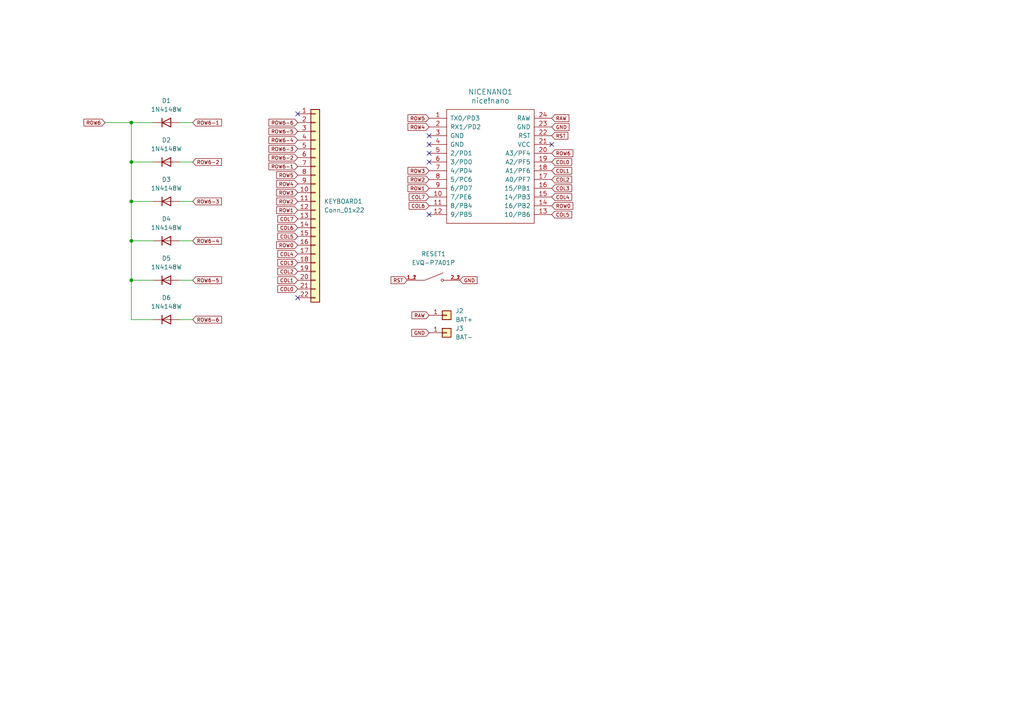
<source format=kicad_sch>
(kicad_sch (version 20250114) (generator "eeschema") (generator_version "9.0")
  (paper "A4")
  (lib_symbols
    (symbol "Connector_Generic:Conn_01x01" (pin_names (offset 1.016) (hide yes))
      (property "Reference" "J" (at 0 2.54 0))
      (property "Value" "Conn_01x01" (at 0 -2.54 0))
      (symbol "Conn_01x01_1_1"
        (rectangle (start -1.27 1.27) (end 1.27 -1.27) (stroke (width 0.254)) (fill (type background)))
        (rectangle (start -1.27 0.127) (end 0 -0.127) (stroke (width 0.1524)))
        (pin passive line (at -5.08 0 0) (length 3.81) (name "Pin_1") (number "1"))
      )
    )
    (symbol "Connector_Generic:Conn_01x22" (pin_names (offset 1.016) (hide yes))
      (property "Reference" "J" (at 0 27.94 0))
      (property "Value" "Conn_01x22" (at 0 -30.48 0))
      (symbol "Conn_01x22_1_1"
        (rectangle (start -1.27 26.67) (end 1.27 -29.21) (stroke (width 0.254)) (fill (type background)))
        (rectangle (start -1.27 25.527) (end 0 25.273) (stroke (width 0.1524)))
        (rectangle (start -1.27 22.987) (end 0 22.733) (stroke (width 0.1524)))
        (rectangle (start -1.27 20.447) (end 0 20.193) (stroke (width 0.1524)))
        (rectangle (start -1.27 17.907) (end 0 17.653) (stroke (width 0.1524)))
        (rectangle (start -1.27 15.367) (end 0 15.113) (stroke (width 0.1524)))
        (rectangle (start -1.27 12.827) (end 0 12.573) (stroke (width 0.1524)))
        (rectangle (start -1.27 10.287) (end 0 10.033) (stroke (width 0.1524)))
        (rectangle (start -1.27 7.747) (end 0 7.493) (stroke (width 0.1524)))
        (rectangle (start -1.27 5.207) (end 0 4.953) (stroke (width 0.1524)))
        (rectangle (start -1.27 2.667) (end 0 2.413) (stroke (width 0.1524)))
        (rectangle (start -1.27 0.127) (end 0 -0.127) (stroke (width 0.1524)))
        (rectangle (start -1.27 -2.413) (end 0 -2.667) (stroke (width 0.1524)))
        (rectangle (start -1.27 -4.953) (end 0 -5.207) (stroke (width 0.1524)))
        (rectangle (start -1.27 -7.493) (end 0 -7.747) (stroke (width 0.1524)))
        (rectangle (start -1.27 -10.033) (end 0 -10.287) (stroke (width 0.1524)))
        (rectangle (start -1.27 -12.573) (end 0 -12.827) (stroke (width 0.1524)))
        (rectangle (start -1.27 -15.113) (end 0 -15.367) (stroke (width 0.1524)))
        (rectangle (start -1.27 -17.653) (end 0 -17.907) (stroke (width 0.1524)))
        (rectangle (start -1.27 -20.193) (end 0 -20.447) (stroke (width 0.1524)))
        (rectangle (start -1.27 -22.733) (end 0 -22.987) (stroke (width 0.1524)))
        (rectangle (start -1.27 -25.273) (end 0 -25.527) (stroke (width 0.1524)))
        (rectangle (start -1.27 -27.813) (end 0 -28.067) (stroke (width 0.1524)))
        (pin passive line (at -5.08 25.4 0) (length 3.81) (name "Pin_1") (number "1"))
        (pin passive line (at -5.08 22.86 0) (length 3.81) (name "Pin_2") (number "2"))
        (pin passive line (at -5.08 20.32 0) (length 3.81) (name "Pin_3") (number "3"))
        (pin passive line (at -5.08 17.78 0) (length 3.81) (name "Pin_4") (number "4"))
        (pin passive line (at -5.08 15.24 0) (length 3.81) (name "Pin_5") (number "5"))
        (pin passive line (at -5.08 12.7 0) (length 3.81) (name "Pin_6") (number "6"))
        (pin passive line (at -5.08 10.16 0) (length 3.81) (name "Pin_7") (number "7"))
        (pin passive line (at -5.08 7.62 0) (length 3.81) (name "Pin_8") (number "8"))
        (pin passive line (at -5.08 5.08 0) (length 3.81) (name "Pin_9") (number "9"))
        (pin passive line (at -5.08 2.54 0) (length 3.81) (name "Pin_10") (number "10"))
        (pin passive line (at -5.08 0 0) (length 3.81) (name "Pin_11") (number "11"))
        (pin passive line (at -5.08 -2.54 0) (length 3.81) (name "Pin_12") (number "12"))
        (pin passive line (at -5.08 -5.08 0) (length 3.81) (name "Pin_13") (number "13"))
        (pin passive line (at -5.08 -7.62 0) (length 3.81) (name "Pin_14") (number "14"))
        (pin passive line (at -5.08 -10.16 0) (length 3.81) (name "Pin_15") (number "15"))
        (pin passive line (at -5.08 -12.7 0) (length 3.81) (name "Pin_16") (number "16"))
        (pin passive line (at -5.08 -15.24 0) (length 3.81) (name "Pin_17") (number "17"))
        (pin passive line (at -5.08 -17.78 0) (length 3.81) (name "Pin_18") (number "18"))
        (pin passive line (at -5.08 -20.32 0) (length 3.81) (name "Pin_19") (number "19"))
        (pin passive line (at -5.08 -22.86 0) (length 3.81) (name "Pin_20") (number "20"))
        (pin passive line (at -5.08 -25.4 0) (length 3.81) (name "Pin_21") (number "21"))
        (pin passive line (at -5.08 -27.94 0) (length 3.81) (name "Pin_22") (number "22"))
      )
    )
    (symbol "Diode:1N4148W" (pin_numbers (hide yes)) (pin_names (hide yes))
      (property "Reference" "D" (at 0 2.54 0))
      (property "Value" "1N4148W" (at 0 -2.54 0))
      (symbol "1N4148W_0_1"
        (polyline (pts (xy -1.27 1.27) (xy -1.27 -1.27)) (stroke (width 0.254)))
        (polyline (pts (xy 1.27 1.27) (xy 1.27 -1.27) (xy -1.27 0) (xy 1.27 1.27)) (stroke (width 0.254)))
        (polyline (pts (xy 1.27 0) (xy -1.27 0)))
      )
      (symbol "1N4148W_1_1"
        (pin passive line (at -3.81 0 0) (length 2.54) (name "K") (number "1"))
        (pin passive line (at 3.81 0 180) (length 2.54) (name "A") (number "2"))
      )
    )
    (symbol "EVQ-P7A01P:EVQ-P7A01P" (pin_names (offset 1.016))
      (property "Reference" "S" (at -2.54 2.54 0))
      (property "Value" "EVQ-P7A01P" (at -2.54 -2.54 0))
      (symbol "EVQ-P7A01P_0_0"
        (polyline (pts (xy -2.54 0) (xy -5.08 0)) (stroke (width 0.1524)))
        (polyline (pts (xy -2.54 0) (xy 2.794 2.1336)) (stroke (width 0.1524)))
        (circle (center 2.54 0) (radius 0.3302) (stroke (width 0.1524)))
        (polyline (pts (xy 5.08 0) (xy 2.921 0)) (stroke (width 0.1524)))
        (pin passive line (at -7.62 0 0) (length 2.54) (name "~") (number "1_1"))
        (pin passive line (at -7.62 0 0) (length 2.54) (name "~") (number "1_2"))
        (pin passive line (at 7.62 0 180) (length 2.54) (name "~") (number "2_1"))
        (pin passive line (at 7.62 0 180) (length 2.54) (name "~") (number "2_2"))
      )
    )
    (symbol "keebio:ProMicro" (pin_names (offset 1.016))
      (property "Reference" "U" (at 0 0 0))
      (property "Value" "ProMicro" (at 0 -19.05 0))
      (symbol "ProMicro_0_1"
        (rectangle (start -12.7 -16.51) (end 12.7 16.51))
      )
      (symbol "ProMicro_1_1"
        (pin input line (at -17.78 13.97 0) (length 5.08) (name "TX0/PD3") (number "1"))
        (pin input line (at -17.78 11.43 0) (length 5.08) (name "RX1/PD2") (number "2"))
        (pin input line (at -17.78 8.89 0) (length 5.08) (name "GND") (number "3"))
        (pin input line (at -17.78 6.35 0) (length 5.08) (name "GND") (number "4"))
        (pin input line (at -17.78 3.81 0) (length 5.08) (name "2/PD1") (number "5"))
        (pin input line (at -17.78 1.27 0) (length 5.08) (name "3/PD0") (number "6"))
        (pin input line (at -17.78 -1.27 0) (length 5.08) (name "4/PD4") (number "7"))
        (pin input line (at -17.78 -3.81 0) (length 5.08) (name "5/PC6") (number "8"))
        (pin input line (at -17.78 -6.35 0) (length 5.08) (name "6/PD7") (number "9"))
        (pin input line (at -17.78 -8.89 0) (length 5.08) (name "7/PE6") (number "10"))
        (pin input line (at -17.78 -11.43 0) (length 5.08) (name "8/PB4") (number "11"))
        (pin input line (at -17.78 -13.97 0) (length 5.08) (name "9/PB5") (number "12"))
        (pin input line (at 17.78 13.97 180) (length 5.08) (name "RAW") (number "24"))
        (pin input line (at 17.78 11.43 180) (length 5.08) (name "GND") (number "23"))
        (pin input line (at 17.78 8.89 180) (length 5.08) (name "RST") (number "22"))
        (pin input line (at 17.78 6.35 180) (length 5.08) (name "VCC") (number "21"))
        (pin input line (at 17.78 3.81 180) (length 5.08) (name "A3/PF4") (number "20"))
        (pin input line (at 17.78 1.27 180) (length 5.08) (name "A2/PF5") (number "19"))
        (pin input line (at 17.78 -1.27 180) (length 5.08) (name "A1/PF6") (number "18"))
        (pin input line (at 17.78 -3.81 180) (length 5.08) (name "A0/PF7") (number "17"))
        (pin input line (at 17.78 -6.35 180) (length 5.08) (name "15/PB1") (number "16"))
        (pin input line (at 17.78 -8.89 180) (length 5.08) (name "14/PB3") (number "15"))
        (pin input line (at 17.78 -11.43 180) (length 5.08) (name "16/PB2") (number "14"))
        (pin input line (at 17.78 -13.97 180) (length 5.08) (name "10/PB6") (number "13"))
      )
    )
  )
  (junction (at 38.1 46.99))
  (junction (at 38.1 35.56))
  (junction (at 38.1 69.85))
  (junction (at 38.1 58.42))
  (junction (at 38.1 81.28))
  (no_connect (at 124.46 39.37))
  (no_connect (at 124.46 46.99))
  (no_connect (at 124.46 41.91))
  (no_connect (at 160.02 41.91))
  (no_connect (at 86.36 33.02))
  (no_connect (at 124.46 62.23))
  (no_connect (at 86.36 86.36))
  (no_connect (at 124.46 44.45))
  (wire (pts (xy 52.07 92.71) (xy 55.88 92.71)))
  (wire (pts (xy 38.1 69.85) (xy 38.1 81.28)))
  (wire (pts (xy 38.1 81.28) (xy 38.1 92.71)))
  (wire (pts (xy 52.07 46.99) (xy 55.88 46.99)))
  (wire (pts (xy 52.07 81.28) (xy 55.88 81.28)))
  (wire (pts (xy 52.07 69.85) (xy 55.88 69.85)))
  (wire (pts (xy 38.1 35.56) (xy 38.1 46.99)))
  (wire (pts (xy 38.1 58.42) (xy 44.45 58.42)))
  (wire (pts (xy 38.1 58.42) (xy 38.1 69.85)))
  (wire (pts (xy 38.1 69.85) (xy 44.45 69.85)))
  (wire (pts (xy 52.07 35.56) (xy 55.88 35.56)))
  (wire (pts (xy 38.1 46.99) (xy 44.45 46.99)))
  (wire (pts (xy 30.48 35.56) (xy 38.1 35.56)))
  (wire (pts (xy 38.1 46.99) (xy 38.1 58.42)))
  (wire (pts (xy 38.1 92.71) (xy 44.45 92.71)))
  (wire (pts (xy 38.1 81.28) (xy 44.45 81.28)))
  (wire (pts (xy 38.1 35.56) (xy 44.45 35.56)))
  (wire (pts (xy 52.07 58.42) (xy 55.88 58.42)))
  (global_label "COL7" (shape input) (at 86.36 63.5 180) (effects (font (size 1.016 1.016))) (property "Intersheetrefs" "${INTERSHEET_REFS}" (effects (hide yes))))
  (global_label "ROW6-6" (shape input) (at 86.36 35.56 180) (effects (font (size 1.016 1.016))) (property "Intersheetrefs" "${INTERSHEET_REFS}" (effects (hide yes))))
  (global_label "COL4" (shape input) (at 160.02 57.15 0) (effects (font (size 1.016 1.016))) (property "Intersheetrefs" "${INTERSHEET_REFS}" (effects (hide yes))))
  (global_label "ROW4" (shape input) (at 124.46 36.83 180) (effects (font (size 1.016 1.016))) (property "Intersheetrefs" "${INTERSHEET_REFS}" (effects (hide yes))))
  (global_label "ROW5" (shape input) (at 86.36 50.8 180) (effects (font (size 1.016 1.016))) (property "Intersheetrefs" "${INTERSHEET_REFS}" (effects (hide yes))))
  (global_label "ROW2" (shape input) (at 86.36 58.42 180) (effects (font (size 1.016 1.016))) (property "Intersheetrefs" "${INTERSHEET_REFS}" (effects (hide yes))))
  (global_label "ROW6-4" (shape input) (at 55.88 69.85 0) (effects (font (size 1.016 1.016))) (property "Intersheetrefs" "${INTERSHEET_REFS}" (effects (hide yes))))
  (global_label "COL3" (shape input) (at 160.02 54.61 0) (effects (font (size 1.016 1.016))) (property "Intersheetrefs" "${INTERSHEET_REFS}" (effects (hide yes))))
  (global_label "GND" (shape input) (at 160.02 36.83 0) (effects (font (size 1.016 1.016))) (property "Intersheetrefs" "${INTERSHEET_REFS}" (effects (hide yes))))
  (global_label "ROW6-5" (shape input) (at 55.88 81.28 0) (effects (font (size 1.016 1.016))) (property "Intersheetrefs" "${INTERSHEET_REFS}" (effects (hide yes))))
  (global_label "ROW6-2" (shape input) (at 55.88 46.99 0) (effects (font (size 1.016 1.016))) (property "Intersheetrefs" "${INTERSHEET_REFS}" (effects (hide yes))))
  (global_label "COL2" (shape input) (at 160.02 52.07 0) (effects (font (size 1.016 1.016))) (property "Intersheetrefs" "${INTERSHEET_REFS}" (effects (hide yes))))
  (global_label "COL1" (shape input) (at 160.02 49.53 0) (effects (font (size 1.016 1.016))) (property "Intersheetrefs" "${INTERSHEET_REFS}" (effects (hide yes))))
  (global_label "ROW2" (shape input) (at 124.46 52.07 180) (effects (font (size 1.016 1.016))) (property "Intersheetrefs" "${INTERSHEET_REFS}" (effects (hide yes))))
  (global_label "COL0" (shape input) (at 160.02 46.99 0) (effects (font (size 1.016 1.016))) (property "Intersheetrefs" "${INTERSHEET_REFS}" (effects (hide yes))))
  (global_label "ROW5" (shape input) (at 124.46 34.29 180) (effects (font (size 1.016 1.016))) (property "Intersheetrefs" "${INTERSHEET_REFS}" (effects (hide yes))))
  (global_label "ROW4" (shape input) (at 86.36 53.34 180) (effects (font (size 1.016 1.016))) (property "Intersheetrefs" "${INTERSHEET_REFS}" (effects (hide yes))))
  (global_label "ROW6-6" (shape input) (at 55.88 92.71 0) (effects (font (size 1.016 1.016))) (property "Intersheetrefs" "${INTERSHEET_REFS}" (effects (hide yes))))
  (global_label "ROW6" (shape input) (at 160.02 44.45 0) (effects (font (size 1.016 1.016))) (property "Intersheetrefs" "${INTERSHEET_REFS}" (effects (hide yes))))
  (global_label "RST" (shape input) (at 118.11 81.28 180) (effects (font (size 1.016 1.016))) (property "Intersheetrefs" "${INTERSHEET_REFS}" (effects (hide yes))))
  (global_label "GND" (shape input) (at 133.35 81.28 0) (effects (font (size 1.016 1.016))) (property "Intersheetrefs" "${INTERSHEET_REFS}" (effects (hide yes))))
  (global_label "ROW0" (shape input) (at 160.02 59.69 0) (effects (font (size 1.016 1.016))) (property "Intersheetrefs" "${INTERSHEET_REFS}" (effects (hide yes))))
  (global_label "RAW" (shape input) (at 124.46 91.44 180) (effects (font (size 1.016 1.016))) (property "Intersheetrefs" "${INTERSHEET_REFS}" (effects (hide yes))))
  (global_label "COL2" (shape input) (at 86.36 78.74 180) (effects (font (size 1.016 1.016))) (property "Intersheetrefs" "${INTERSHEET_REFS}" (effects (hide yes))))
  (global_label "ROW6-2" (shape input) (at 86.36 45.72 180) (effects (font (size 1.016 1.016))) (property "Intersheetrefs" "${INTERSHEET_REFS}" (effects (hide yes))))
  (global_label "ROW6-4" (shape input) (at 86.36 40.64 180) (effects (font (size 1.016 1.016))) (property "Intersheetrefs" "${INTERSHEET_REFS}" (effects (hide yes))))
  (global_label "COL3" (shape input) (at 86.36 76.2 180) (effects (font (size 1.016 1.016))) (property "Intersheetrefs" "${INTERSHEET_REFS}" (effects (hide yes))))
  (global_label "ROW6-1" (shape input) (at 55.88 35.56 0) (effects (font (size 1.016 1.016))) (property "Intersheetrefs" "${INTERSHEET_REFS}" (effects (hide yes))))
  (global_label "COL0" (shape input) (at 86.36 83.82 180) (effects (font (size 1.016 1.016))) (property "Intersheetrefs" "${INTERSHEET_REFS}" (effects (hide yes))))
  (global_label "RST" (shape input) (at 160.02 39.37 0) (effects (font (size 1.016 1.016))) (property "Intersheetrefs" "${INTERSHEET_REFS}" (effects (hide yes))))
  (global_label "ROW6-5" (shape input) (at 86.36 38.1 180) (effects (font (size 1.016 1.016))) (property "Intersheetrefs" "${INTERSHEET_REFS}" (effects (hide yes))))
  (global_label "COL1" (shape input) (at 86.36 81.28 180) (effects (font (size 1.016 1.016))) (property "Intersheetrefs" "${INTERSHEET_REFS}" (effects (hide yes))))
  (global_label "COL6" (shape input) (at 86.36 66.04 180) (effects (font (size 1.016 1.016))) (property "Intersheetrefs" "${INTERSHEET_REFS}" (effects (hide yes))))
  (global_label "ROW1" (shape input) (at 86.36 60.96 180) (effects (font (size 1.016 1.016))) (property "Intersheetrefs" "${INTERSHEET_REFS}" (effects (hide yes))))
  (global_label "ROW1" (shape input) (at 124.46 54.61 180) (effects (font (size 1.016 1.016))) (property "Intersheetrefs" "${INTERSHEET_REFS}" (effects (hide yes))))
  (global_label "ROW6-1" (shape input) (at 86.36 48.26 180) (effects (font (size 1.016 1.016))) (property "Intersheetrefs" "${INTERSHEET_REFS}" (effects (hide yes))))
  (global_label "COL5" (shape input) (at 86.36 68.58 180) (effects (font (size 1.016 1.016))) (property "Intersheetrefs" "${INTERSHEET_REFS}" (effects (hide yes))))
  (global_label "ROW3" (shape input) (at 86.36 55.88 180) (effects (font (size 1.016 1.016))) (property "Intersheetrefs" "${INTERSHEET_REFS}" (effects (hide yes))))
  (global_label "COL7" (shape input) (at 124.46 57.15 180) (effects (font (size 1.016 1.016))) (property "Intersheetrefs" "${INTERSHEET_REFS}" (effects (hide yes))))
  (global_label "ROW6" (shape input) (at 30.48 35.56 180) (effects (font (size 1.016 1.016))) (property "Intersheetrefs" "${INTERSHEET_REFS}" (effects (hide yes))))
  (global_label "ROW3" (shape input) (at 124.46 49.53 180) (effects (font (size 1.016 1.016))) (property "Intersheetrefs" "${INTERSHEET_REFS}" (effects (hide yes))))
  (global_label "GND" (shape input) (at 124.46 96.52 180) (effects (font (size 1.016 1.016))) (property "Intersheetrefs" "${INTERSHEET_REFS}" (effects (hide yes))))
  (global_label "ROW6-3" (shape input) (at 55.88 58.42 0) (effects (font (size 1.016 1.016))) (property "Intersheetrefs" "${INTERSHEET_REFS}" (effects (hide yes))))
  (global_label "RAW" (shape input) (at 160.02 34.29 0) (effects (font (size 1.016 1.016))) (property "Intersheetrefs" "${INTERSHEET_REFS}" (effects (hide yes))))
  (global_label "COL4" (shape input) (at 86.36 73.66 180) (effects (font (size 1.016 1.016))) (property "Intersheetrefs" "${INTERSHEET_REFS}" (effects (hide yes))))
  (global_label "ROW6-3" (shape input) (at 86.36 43.18 180) (effects (font (size 1.016 1.016))) (property "Intersheetrefs" "${INTERSHEET_REFS}" (effects (hide yes))))
  (global_label "COL5" (shape input) (at 160.02 62.23 0) (effects (font (size 1.016 1.016))) (property "Intersheetrefs" "${INTERSHEET_REFS}" (effects (hide yes))))
  (global_label "ROW0" (shape input) (at 86.36 71.12 180) (effects (font (size 1.016 1.016))) (property "Intersheetrefs" "${INTERSHEET_REFS}" (effects (hide yes))))
  (global_label "COL6" (shape input) (at 124.46 59.69 180) (effects (font (size 1.016 1.016))) (property "Intersheetrefs" "${INTERSHEET_REFS}" (effects (hide yes))))
  (symbol (lib_id "Connector_Generic:Conn_01x22") (at 91.44 58.42 0) (unit 1)
    (property "Reference" "KEYBOARD1" (at 93.98 58.4199 0) (effects (justify left)))
    (property "Value" "Conn_01x22" (at 93.98 60.9599 0) (effects (justify left)))
    (property "Footprint" "22-pin molex:CON_524352271_MOL" (effects (hide yes)))
    (property "Description" "Generic connector, single row, 01x22, script generated (kicad-library-utils/schlib/autogen/connector/)" (effects (hide yes)))
  )
  (symbol (lib_id "Diode:1N4148W") (at 48.26 92.71 0) (unit 1)
    (property "Reference" "D6" (at 48.26 86.36 0))
    (property "Value" "1N4148W" (at 48.26 88.9 0))
    (property "Footprint" "Diode_SMD:D_SOD-123" (effects (hide yes)))
    (property "Datasheet" "https://www.vishay.com/docs/85748/1n4148w.pdf" (effects (hide yes)))
    (property "Description" "75V 0.15A Fast Switching Diode, SOD-123" (effects (hide yes)))
    (property "Sim.Device" "D" (effects (hide yes)))
    (property "Sim.Pins" "1=K 2=A" (effects (hide yes)))
  )
  (symbol (lib_id "Diode:1N4148W") (at 48.26 69.85 0) (unit 1)
    (property "Reference" "D4" (at 48.26 63.5 0))
    (property "Value" "1N4148W" (at 48.26 66.04 0))
    (property "Footprint" "Diode_SMD:D_SOD-123" (effects (hide yes)))
    (property "Datasheet" "https://www.vishay.com/docs/85748/1n4148w.pdf" (effects (hide yes)))
    (property "Description" "75V 0.15A Fast Switching Diode, SOD-123" (effects (hide yes)))
    (property "Sim.Device" "D" (effects (hide yes)))
    (property "Sim.Pins" "1=K 2=A" (effects (hide yes)))
  )
  (symbol (lib_id "keebio:ProMicro") (at 142.24 48.26 0) (unit 1)
    (property "Reference" "NICENANO1" (at 142.24 26.67 0) (effects (font (size 1.524 1.524))))
    (property "Value" "nice!nano" (at 142.24 29.21 0) (effects (font (size 1.524 1.524))))
    (property "Footprint" "Library:nice!nano" (effects (hide yes)))
  )
  (symbol (lib_id "EVQ-P7A01P:EVQ-P7A01P") (at 125.73 81.28 0) (unit 1)
    (property "Reference" "RESET1" (at 125.73 73.66 0))
    (property "Value" "EVQ-P7A01P" (at 125.73 76.2 0))
    (property "Footprint" "EVQ-P7A01P:SW_EVQ-P7A01P" (effects (hide yes)))
    (property "PARTREV" "2022.4" (effects (hide yes)))
    (property "STANDARD" "Manufacturer Recommendations" (effects (hide yes)))
    (property "MAXIMUM_PACKAGE_HEIGHT" "1.35mm" (effects (hide yes)))
    (property "MANUFACTURER" "Panasonic Electronic Components" (effects (hide yes)))
  )
  (symbol (lib_id "Diode:1N4148W") (at 48.26 35.56 0) (unit 1)
    (property "Reference" "D1" (at 48.26 29.21 0))
    (property "Value" "1N4148W" (at 48.26 31.75 0))
    (property "Footprint" "Diode_SMD:D_SOD-123" (effects (hide yes)))
    (property "Datasheet" "https://www.vishay.com/docs/85748/1n4148w.pdf" (effects (hide yes)))
    (property "Description" "75V 0.15A Fast Switching Diode, SOD-123" (effects (hide yes)))
    (property "Sim.Device" "D" (effects (hide yes)))
    (property "Sim.Pins" "1=K 2=A" (effects (hide yes)))
  )
  (symbol (lib_id "Diode:1N4148W") (at 48.26 46.99 0) (unit 1)
    (property "Reference" "D2" (at 48.26 40.64 0))
    (property "Value" "1N4148W" (at 48.26 43.18 0))
    (property "Footprint" "Diode_SMD:D_SOD-123" (effects (hide yes)))
    (property "Datasheet" "https://www.vishay.com/docs/85748/1n4148w.pdf" (effects (hide yes)))
    (property "Description" "75V 0.15A Fast Switching Diode, SOD-123" (effects (hide yes)))
    (property "Sim.Device" "D" (effects (hide yes)))
    (property "Sim.Pins" "1=K 2=A" (effects (hide yes)))
  )
  (symbol (lib_id "Connector_Generic:Conn_01x01") (at 129.54 96.52 0) (unit 1)
    (property "Reference" "J3" (at 132.08 95.2499 0) (effects (justify left)))
    (property "Value" "BAT-" (at 132.08 97.7899 0) (effects (justify left)))
    (property "Footprint" "TestPoint:TestPoint_Pad_2.0x2.0mm" (effects (hide yes)))
    (property "Description" "Generic connector, single row, 01x01, script generated (kicad-library-utils/schlib/autogen/connector/)" (effects (hide yes)))
  )
  (symbol (lib_id "Diode:1N4148W") (at 48.26 58.42 0) (unit 1)
    (property "Reference" "D3" (at 48.26 52.07 0))
    (property "Value" "1N4148W" (at 48.26 54.61 0))
    (property "Footprint" "Diode_SMD:D_SOD-123" (effects (hide yes)))
    (property "Datasheet" "https://www.vishay.com/docs/85748/1n4148w.pdf" (effects (hide yes)))
    (property "Description" "75V 0.15A Fast Switching Diode, SOD-123" (effects (hide yes)))
    (property "Sim.Device" "D" (effects (hide yes)))
    (property "Sim.Pins" "1=K 2=A" (effects (hide yes)))
  )
  (symbol (lib_id "Diode:1N4148W") (at 48.26 81.28 0) (unit 1)
    (property "Reference" "D5" (at 48.26 74.93 0))
    (property "Value" "1N4148W" (at 48.26 77.47 0))
    (property "Footprint" "Diode_SMD:D_SOD-123" (effects (hide yes)))
    (property "Datasheet" "https://www.vishay.com/docs/85748/1n4148w.pdf" (effects (hide yes)))
    (property "Description" "75V 0.15A Fast Switching Diode, SOD-123" (effects (hide yes)))
    (property "Sim.Device" "D" (effects (hide yes)))
    (property "Sim.Pins" "1=K 2=A" (effects (hide yes)))
  )
  (symbol (lib_id "Connector_Generic:Conn_01x01") (at 129.54 91.44 0) (unit 1)
    (property "Reference" "J2" (at 132.08 90.1699 0) (effects (justify left)))
    (property "Value" "BAT+" (at 132.08 92.7099 0) (effects (justify left)))
    (property "Footprint" "TestPoint:TestPoint_Pad_2.0x2.0mm" (effects (hide yes)))
    (property "Description" "Generic connector, single row, 01x01, script generated (kicad-library-utils/schlib/autogen/connector/)" (effects (hide yes)))
  )
)
</source>
